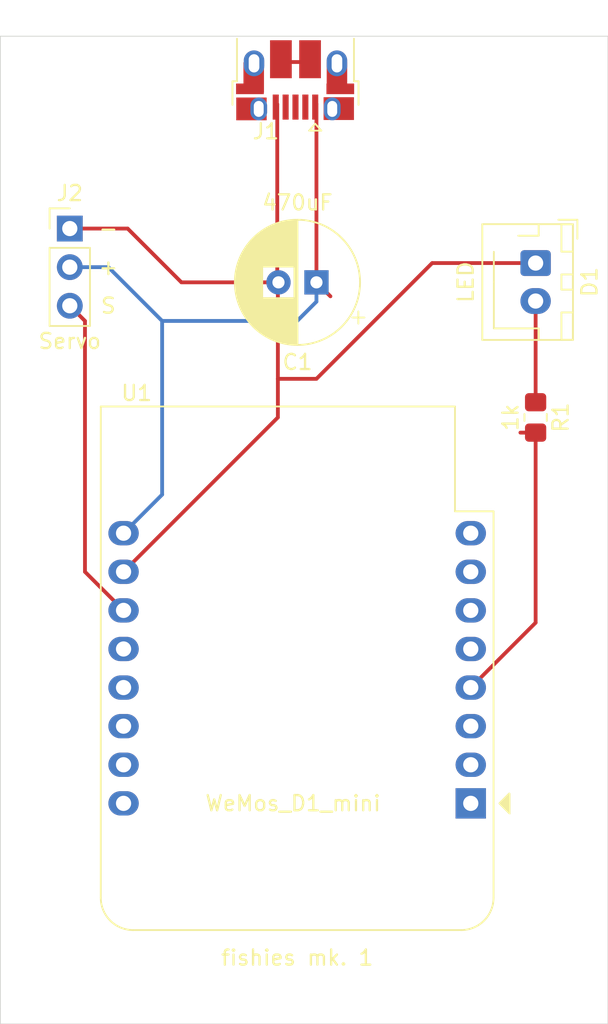
<source format=kicad_pcb>
(kicad_pcb (version 20171130) (host pcbnew "(5.1.10)-1")

  (general
    (thickness 1.6)
    (drawings 11)
    (tracks 35)
    (zones 0)
    (modules 10)
    (nets 21)
  )

  (page A4)
  (layers
    (0 F.Cu signal)
    (31 B.Cu signal)
    (32 B.Adhes user)
    (33 F.Adhes user)
    (34 B.Paste user)
    (35 F.Paste user)
    (36 B.SilkS user)
    (37 F.SilkS user)
    (38 B.Mask user)
    (39 F.Mask user)
    (40 Dwgs.User user)
    (41 Cmts.User user)
    (42 Eco1.User user)
    (43 Eco2.User user)
    (44 Edge.Cuts user)
    (45 Margin user)
    (46 B.CrtYd user)
    (47 F.CrtYd user)
    (48 B.Fab user)
    (49 F.Fab user)
  )

  (setup
    (last_trace_width 0.25)
    (trace_clearance 0.2)
    (zone_clearance 0.508)
    (zone_45_only no)
    (trace_min 0.25)
    (via_size 0.8)
    (via_drill 0.4)
    (via_min_size 0.4)
    (via_min_drill 0.3)
    (uvia_size 0.3)
    (uvia_drill 0.1)
    (uvias_allowed no)
    (uvia_min_size 0.2)
    (uvia_min_drill 0.1)
    (edge_width 0.05)
    (segment_width 0.2)
    (pcb_text_width 0.3)
    (pcb_text_size 1.5 1.5)
    (mod_edge_width 0.12)
    (mod_text_size 1 1)
    (mod_text_width 0.15)
    (pad_size 1.524 1.524)
    (pad_drill 0.762)
    (pad_to_mask_clearance 0)
    (aux_axis_origin 0 0)
    (visible_elements FFFFFF7F)
    (pcbplotparams
      (layerselection 0x010fc_ffffffff)
      (usegerberextensions true)
      (usegerberattributes true)
      (usegerberadvancedattributes true)
      (creategerberjobfile true)
      (excludeedgelayer true)
      (linewidth 0.100000)
      (plotframeref false)
      (viasonmask false)
      (mode 1)
      (useauxorigin false)
      (hpglpennumber 1)
      (hpglpenspeed 20)
      (hpglpendiameter 15.000000)
      (psnegative false)
      (psa4output false)
      (plotreference true)
      (plotvalue true)
      (plotinvisibletext false)
      (padsonsilk false)
      (subtractmaskfromsilk true)
      (outputformat 1)
      (mirror false)
      (drillshape 0)
      (scaleselection 1)
      (outputdirectory "gerber/"))
  )

  (net 0 "")
  (net 1 "Net-(C1-Pad2)")
  (net 2 "Net-(C1-Pad1)")
  (net 3 "Net-(D1-Pad2)")
  (net 4 "Net-(J1-Pad3)")
  (net 5 "Net-(J1-Pad4)")
  (net 6 "Net-(J1-Pad2)")
  (net 7 "Net-(J2-Pad3)")
  (net 8 "Net-(R1-Pad2)")
  (net 9 "Net-(U1-Pad16)")
  (net 10 "Net-(U1-Pad15)")
  (net 11 "Net-(U1-Pad14)")
  (net 12 "Net-(U1-Pad13)")
  (net 13 "Net-(U1-Pad12)")
  (net 14 "Net-(U1-Pad8)")
  (net 15 "Net-(U1-Pad7)")
  (net 16 "Net-(U1-Pad6)")
  (net 17 "Net-(U1-Pad5)")
  (net 18 "Net-(U1-Pad3)")
  (net 19 "Net-(U1-Pad1)")
  (net 20 "Net-(U1-Pad2)")

  (net_class Default "This is the default net class."
    (clearance 0.2)
    (trace_width 0.25)
    (via_dia 0.8)
    (via_drill 0.4)
    (uvia_dia 0.3)
    (uvia_drill 0.1)
    (add_net "Net-(C1-Pad1)")
    (add_net "Net-(C1-Pad2)")
    (add_net "Net-(D1-Pad2)")
    (add_net "Net-(J1-Pad2)")
    (add_net "Net-(J1-Pad3)")
    (add_net "Net-(J1-Pad4)")
    (add_net "Net-(J2-Pad3)")
    (add_net "Net-(R1-Pad2)")
    (add_net "Net-(U1-Pad1)")
    (add_net "Net-(U1-Pad12)")
    (add_net "Net-(U1-Pad13)")
    (add_net "Net-(U1-Pad14)")
    (add_net "Net-(U1-Pad15)")
    (add_net "Net-(U1-Pad16)")
    (add_net "Net-(U1-Pad2)")
    (add_net "Net-(U1-Pad3)")
    (add_net "Net-(U1-Pad5)")
    (add_net "Net-(U1-Pad6)")
    (add_net "Net-(U1-Pad7)")
    (add_net "Net-(U1-Pad8)")
  )

  (module MountingHole:MountingHole_3.2mm_M3 (layer F.Cu) (tedit 56D1B4CB) (tstamp 61262B99)
    (at 115 120)
    (descr "Mounting Hole 3.2mm, no annular, M3")
    (tags "mounting hole 3.2mm no annular m3")
    (attr virtual)
    (fp_text reference REF** (at 0 -4.2) (layer F.SilkS) hide
      (effects (font (size 1 1) (thickness 0.15)))
    )
    (fp_text value MountingHole_3.2mm_M3 (at 0 4.2) (layer F.Fab) hide
      (effects (font (size 1 1) (thickness 0.15)))
    )
    (fp_text user %R (at 0.3 0) (layer F.Fab)
      (effects (font (size 1 1) (thickness 0.15)))
    )
    (fp_circle (center 0 0) (end 3.2 0) (layer Cmts.User) (width 0.15))
    (fp_circle (center 0 0) (end 3.45 0) (layer F.CrtYd) (width 0.05))
    (pad 1 np_thru_hole circle (at 0 0) (size 3.2 3.2) (drill 3.2) (layers *.Cu *.Mask))
  )

  (module MountingHole:MountingHole_3.2mm_M3 (layer F.Cu) (tedit 56D1B4CB) (tstamp 61262B6E)
    (at 145 120)
    (descr "Mounting Hole 3.2mm, no annular, M3")
    (tags "mounting hole 3.2mm no annular m3")
    (attr virtual)
    (fp_text reference REF** (at 0 -4.2) (layer F.SilkS) hide
      (effects (font (size 1 1) (thickness 0.15)))
    )
    (fp_text value MountingHole_3.2mm_M3 (at 0 4.2) (layer F.Fab) hide
      (effects (font (size 1 1) (thickness 0.15)))
    )
    (fp_text user %R (at 0.3 0) (layer F.Fab)
      (effects (font (size 1 1) (thickness 0.15)))
    )
    (fp_circle (center 0 0) (end 3.2 0) (layer Cmts.User) (width 0.15))
    (fp_circle (center 0 0) (end 3.45 0) (layer F.CrtYd) (width 0.05))
    (pad 1 np_thru_hole circle (at 0 0) (size 3.2 3.2) (drill 3.2) (layers *.Cu *.Mask))
  )

  (module MountingHole:MountingHole_3.2mm_M3 (layer F.Cu) (tedit 56D1B4CB) (tstamp 61262B3C)
    (at 115 65)
    (descr "Mounting Hole 3.2mm, no annular, M3")
    (tags "mounting hole 3.2mm no annular m3")
    (attr virtual)
    (fp_text reference REF** (at 0 -4.2) (layer F.SilkS) hide
      (effects (font (size 1 1) (thickness 0.15)))
    )
    (fp_text value MountingHole_3.2mm_M3 (at 0 4.2) (layer F.Fab) hide
      (effects (font (size 1 1) (thickness 0.15)))
    )
    (fp_text user %R (at 0.3 0) (layer F.Fab)
      (effects (font (size 1 1) (thickness 0.15)))
    )
    (fp_circle (center 0 0) (end 3.2 0) (layer Cmts.User) (width 0.15))
    (fp_circle (center 0 0) (end 3.45 0) (layer F.CrtYd) (width 0.05))
    (pad 1 np_thru_hole circle (at 0 0) (size 3.2 3.2) (drill 3.2) (layers *.Cu *.Mask))
  )

  (module MountingHole:MountingHole_3.2mm_M3 (layer F.Cu) (tedit 56D1B4CB) (tstamp 61262AD6)
    (at 145 65)
    (descr "Mounting Hole 3.2mm, no annular, M3")
    (tags "mounting hole 3.2mm no annular m3")
    (attr virtual)
    (fp_text reference REF** (at 0 -4.2) (layer F.SilkS) hide
      (effects (font (size 1 1) (thickness 0.15)))
    )
    (fp_text value MountingHole_3.2mm_M3 (at 0 4.2) (layer F.Fab) hide
      (effects (font (size 1 1) (thickness 0.15)))
    )
    (fp_text user %R (at 0.3 0) (layer F.Fab)
      (effects (font (size 1 1) (thickness 0.15)))
    )
    (fp_circle (center 0 0) (end 3.2 0) (layer Cmts.User) (width 0.15))
    (fp_circle (center 0 0) (end 3.45 0) (layer F.CrtYd) (width 0.05))
    (pad 1 np_thru_hole circle (at 0 0) (size 3.2 3.2) (drill 3.2) (layers *.Cu *.Mask))
  )

  (module Module:WEMOS_D1_mini_light (layer F.Cu) (tedit 5BBFB1CE) (tstamp 6125DBD4)
    (at 140.97 110.49 180)
    (descr "16-pin module, column spacing 22.86 mm (900 mils), https://wiki.wemos.cc/products:d1:d1_mini, https://c1.staticflickr.com/1/734/31400410271_f278b087db_z.jpg")
    (tags "ESP8266 WiFi microcontroller")
    (path /6125745A)
    (fp_text reference U1 (at 22 27) (layer F.SilkS)
      (effects (font (size 1 1) (thickness 0.15)))
    )
    (fp_text value WeMos_D1_mini (at 11.7 0) (layer F.SilkS)
      (effects (font (size 1 1) (thickness 0.15)))
    )
    (fp_line (start 1.04 19.22) (end 1.04 26.12) (layer F.SilkS) (width 0.12))
    (fp_line (start -1.5 19.22) (end 1.04 19.22) (layer F.SilkS) (width 0.12))
    (fp_line (start -0.37 0) (end -1.37 -1) (layer F.Fab) (width 0.1))
    (fp_line (start -1.37 1) (end -0.37 0) (layer F.Fab) (width 0.1))
    (fp_line (start -1.37 -6.21) (end -1.37 -1) (layer F.Fab) (width 0.1))
    (fp_line (start 1.17 19.09) (end 1.17 25.99) (layer F.Fab) (width 0.1))
    (fp_line (start -1.37 19.09) (end 1.17 19.09) (layer F.Fab) (width 0.1))
    (fp_line (start -1.35 -7.4) (end -0.55 -8.2) (layer Dwgs.User) (width 0.1))
    (fp_line (start -1.3 -5.45) (end 1.45 -8.2) (layer Dwgs.User) (width 0.1))
    (fp_line (start -1.35 -3.4) (end 3.45 -8.2) (layer Dwgs.User) (width 0.1))
    (fp_line (start 22.65 -1.4) (end 24.25 -3) (layer Dwgs.User) (width 0.1))
    (fp_line (start 20.65 -1.4) (end 24.25 -5) (layer Dwgs.User) (width 0.1))
    (fp_line (start 18.65 -1.4) (end 24.25 -7) (layer Dwgs.User) (width 0.1))
    (fp_line (start 16.65 -1.4) (end 23.45 -8.2) (layer Dwgs.User) (width 0.1))
    (fp_line (start 14.65 -1.4) (end 21.45 -8.2) (layer Dwgs.User) (width 0.1))
    (fp_line (start 12.65 -1.4) (end 19.45 -8.2) (layer Dwgs.User) (width 0.1))
    (fp_line (start 10.65 -1.4) (end 17.45 -8.2) (layer Dwgs.User) (width 0.1))
    (fp_line (start 8.65 -1.4) (end 15.45 -8.2) (layer Dwgs.User) (width 0.1))
    (fp_line (start 6.65 -1.4) (end 13.45 -8.2) (layer Dwgs.User) (width 0.1))
    (fp_line (start 4.65 -1.4) (end 11.45 -8.2) (layer Dwgs.User) (width 0.1))
    (fp_line (start 2.65 -1.4) (end 9.45 -8.2) (layer Dwgs.User) (width 0.1))
    (fp_line (start 0.65 -1.4) (end 7.45 -8.2) (layer Dwgs.User) (width 0.1))
    (fp_line (start -1.35 -1.4) (end 5.45 -8.2) (layer Dwgs.User) (width 0.1))
    (fp_line (start -1.35 -8.2) (end -1.35 -1.4) (layer Dwgs.User) (width 0.1))
    (fp_line (start 24.25 -8.2) (end -1.35 -8.2) (layer Dwgs.User) (width 0.1))
    (fp_line (start 24.25 -1.4) (end 24.25 -8.2) (layer Dwgs.User) (width 0.1))
    (fp_line (start -1.35 -1.4) (end 24.25 -1.4) (layer Dwgs.User) (width 0.1))
    (fp_poly (pts (xy -2.54 -0.635) (xy -2.54 0.635) (xy -1.905 0)) (layer F.SilkS) (width 0.15))
    (fp_line (start -1.62 26.24) (end -1.62 -8.46) (layer F.CrtYd) (width 0.05))
    (fp_line (start 24.48 26.24) (end -1.62 26.24) (layer F.CrtYd) (width 0.05))
    (fp_line (start 24.48 -8.41) (end 24.48 26.24) (layer F.CrtYd) (width 0.05))
    (fp_line (start -1.62 -8.46) (end 24.48 -8.46) (layer F.CrtYd) (width 0.05))
    (fp_line (start -1.37 1) (end -1.37 19.09) (layer F.Fab) (width 0.1))
    (fp_line (start 22.23 -8.21) (end 0.63 -8.21) (layer F.Fab) (width 0.1))
    (fp_line (start 24.23 25.99) (end 24.23 -6.21) (layer F.Fab) (width 0.1))
    (fp_line (start 1.17 25.99) (end 24.23 25.99) (layer F.Fab) (width 0.1))
    (fp_line (start 22.24 -8.34) (end 0.63 -8.34) (layer F.SilkS) (width 0.12))
    (fp_line (start 24.36 26.12) (end 24.36 -6.21) (layer F.SilkS) (width 0.12))
    (fp_line (start -1.5 19.22) (end -1.5 -6.21) (layer F.SilkS) (width 0.12))
    (fp_line (start 1.04 26.12) (end 24.36 26.12) (layer F.SilkS) (width 0.12))
    (fp_text user %R (at 11.43 10) (layer F.Fab)
      (effects (font (size 1 1) (thickness 0.15)))
    )
    (fp_arc (start 0.63 -6.21) (end 0.63 -8.21) (angle -90) (layer F.Fab) (width 0.1))
    (fp_arc (start 22.23 -6.21) (end 24.23 -6.19) (angle -90) (layer F.Fab) (width 0.1))
    (fp_arc (start 0.63 -6.21) (end 0.63 -8.34) (angle -90) (layer F.SilkS) (width 0.12))
    (fp_arc (start 22.23 -6.21) (end 24.36 -6.21) (angle -90) (layer F.SilkS) (width 0.12))
    (fp_text user "KEEP OUT" (at 11.43 -6.35) (layer Cmts.User)
      (effects (font (size 1 1) (thickness 0.15)))
    )
    (fp_text user "No copper" (at 11.43 -3.81) (layer Cmts.User)
      (effects (font (size 1 1) (thickness 0.15)))
    )
    (pad 2 thru_hole oval (at 0 2.54 180) (size 2 1.6) (drill 1) (layers *.Cu *.Mask)
      (net 20 "Net-(U1-Pad2)"))
    (pad 1 thru_hole rect (at 0 0 180) (size 2 2) (drill 1) (layers *.Cu *.Mask)
      (net 19 "Net-(U1-Pad1)"))
    (pad 3 thru_hole oval (at 0 5.08 180) (size 2 1.6) (drill 1) (layers *.Cu *.Mask)
      (net 18 "Net-(U1-Pad3)"))
    (pad 4 thru_hole oval (at 0 7.62 180) (size 2 1.6) (drill 1) (layers *.Cu *.Mask)
      (net 8 "Net-(R1-Pad2)"))
    (pad 5 thru_hole oval (at 0 10.16 180) (size 2 1.6) (drill 1) (layers *.Cu *.Mask)
      (net 17 "Net-(U1-Pad5)"))
    (pad 6 thru_hole oval (at 0 12.7 180) (size 2 1.6) (drill 1) (layers *.Cu *.Mask)
      (net 16 "Net-(U1-Pad6)"))
    (pad 7 thru_hole oval (at 0 15.24 180) (size 2 1.6) (drill 1) (layers *.Cu *.Mask)
      (net 15 "Net-(U1-Pad7)"))
    (pad 8 thru_hole oval (at 0 17.78 180) (size 2 1.6) (drill 1) (layers *.Cu *.Mask)
      (net 14 "Net-(U1-Pad8)"))
    (pad 9 thru_hole oval (at 22.86 17.78 180) (size 2 1.6) (drill 1) (layers *.Cu *.Mask)
      (net 2 "Net-(C1-Pad1)"))
    (pad 10 thru_hole oval (at 22.86 15.24 180) (size 2 1.6) (drill 1) (layers *.Cu *.Mask)
      (net 1 "Net-(C1-Pad2)"))
    (pad 11 thru_hole oval (at 22.86 12.7 180) (size 2 1.6) (drill 1) (layers *.Cu *.Mask)
      (net 7 "Net-(J2-Pad3)"))
    (pad 12 thru_hole oval (at 22.86 10.16 180) (size 2 1.6) (drill 1) (layers *.Cu *.Mask)
      (net 13 "Net-(U1-Pad12)"))
    (pad 13 thru_hole oval (at 22.86 7.62 180) (size 2 1.6) (drill 1) (layers *.Cu *.Mask)
      (net 12 "Net-(U1-Pad13)"))
    (pad 14 thru_hole oval (at 22.86 5.08 180) (size 2 1.6) (drill 1) (layers *.Cu *.Mask)
      (net 11 "Net-(U1-Pad14)"))
    (pad 15 thru_hole oval (at 22.86 2.54 180) (size 2 1.6) (drill 1) (layers *.Cu *.Mask)
      (net 10 "Net-(U1-Pad15)"))
    (pad 16 thru_hole oval (at 22.86 0 180) (size 2 1.6) (drill 1) (layers *.Cu *.Mask)
      (net 9 "Net-(U1-Pad16)"))
    (model ${KISYS3DMOD}/Module.3dshapes/WEMOS_D1_mini_light.wrl
      (at (xyz 0 0 0))
      (scale (xyz 1 1 1))
      (rotate (xyz 0 0 0))
    )
    (model ${KISYS3DMOD}/Connector_PinHeader_2.54mm.3dshapes/PinHeader_1x08_P2.54mm_Vertical.wrl
      (offset (xyz 0 0 9.5))
      (scale (xyz 1 1 1))
      (rotate (xyz 0 -180 0))
    )
    (model ${KISYS3DMOD}/Connector_PinHeader_2.54mm.3dshapes/PinHeader_1x08_P2.54mm_Vertical.wrl
      (offset (xyz 22.86 0 9.5))
      (scale (xyz 1 1 1))
      (rotate (xyz 0 -180 0))
    )
    (model ${KISYS3DMOD}/Connector_PinSocket_2.54mm.3dshapes/PinSocket_1x08_P2.54mm_Vertical.wrl
      (at (xyz 0 0 0))
      (scale (xyz 1 1 1))
      (rotate (xyz 0 0 0))
    )
    (model ${KISYS3DMOD}/Connector_PinSocket_2.54mm.3dshapes/PinSocket_1x08_P2.54mm_Vertical.wrl
      (offset (xyz 22.86 0 0))
      (scale (xyz 1 1 1))
      (rotate (xyz 0 0 0))
    )
  )

  (module Resistor_SMD:R_0805_2012Metric_Pad1.20x1.40mm_HandSolder (layer F.Cu) (tedit 5F68FEEE) (tstamp 6125DB91)
    (at 145.24 85.09 270)
    (descr "Resistor SMD 0805 (2012 Metric), square (rectangular) end terminal, IPC_7351 nominal with elongated pad for handsoldering. (Body size source: IPC-SM-782 page 72, https://www.pcb-3d.com/wordpress/wp-content/uploads/ipc-sm-782a_amendment_1_and_2.pdf), generated with kicad-footprint-generator")
    (tags "resistor handsolder")
    (path /61263487)
    (attr smd)
    (fp_text reference R1 (at 0 -1.65 90) (layer F.SilkS)
      (effects (font (size 1 1) (thickness 0.15)))
    )
    (fp_text value 1k (at 0 1.65 90) (layer F.SilkS)
      (effects (font (size 1 1) (thickness 0.15)))
    )
    (fp_line (start 1.85 0.95) (end -1.85 0.95) (layer F.CrtYd) (width 0.05))
    (fp_line (start 1.85 -0.95) (end 1.85 0.95) (layer F.CrtYd) (width 0.05))
    (fp_line (start -1.85 -0.95) (end 1.85 -0.95) (layer F.CrtYd) (width 0.05))
    (fp_line (start -1.85 0.95) (end -1.85 -0.95) (layer F.CrtYd) (width 0.05))
    (fp_line (start -0.227064 0.735) (end 0.227064 0.735) (layer F.SilkS) (width 0.12))
    (fp_line (start -0.227064 -0.735) (end 0.227064 -0.735) (layer F.SilkS) (width 0.12))
    (fp_line (start 1 0.625) (end -1 0.625) (layer F.Fab) (width 0.1))
    (fp_line (start 1 -0.625) (end 1 0.625) (layer F.Fab) (width 0.1))
    (fp_line (start -1 -0.625) (end 1 -0.625) (layer F.Fab) (width 0.1))
    (fp_line (start -1 0.625) (end -1 -0.625) (layer F.Fab) (width 0.1))
    (fp_text user %R (at 0 0 90) (layer F.Fab)
      (effects (font (size 0.5 0.5) (thickness 0.08)))
    )
    (pad 1 smd roundrect (at -1 0 270) (size 1.2 1.4) (layers F.Cu F.Paste F.Mask) (roundrect_rratio 0.2083325)
      (net 3 "Net-(D1-Pad2)"))
    (pad 2 smd roundrect (at 1 0 270) (size 1.2 1.4) (layers F.Cu F.Paste F.Mask) (roundrect_rratio 0.2083325)
      (net 8 "Net-(R1-Pad2)"))
    (model ${KISYS3DMOD}/Resistor_SMD.3dshapes/R_0805_2012Metric.wrl
      (at (xyz 0 0 0))
      (scale (xyz 1 1 1))
      (rotate (xyz 0 0 0))
    )
  )

  (module Connector_JST:JST_XH_B2B-XH-AM_1x02_P2.50mm_Vertical (layer F.Cu) (tedit 5C28146E) (tstamp 6125DB40)
    (at 145.24 74.93 270)
    (descr "JST XH series connector, B2B-XH-AM, with boss (http://www.jst-mfg.com/product/pdf/eng/eXH.pdf), generated with kicad-footprint-generator")
    (tags "connector JST XH vertical boss")
    (path /612648D4)
    (fp_text reference D1 (at 1.25 -3.55 90) (layer F.SilkS)
      (effects (font (size 1 1) (thickness 0.15)))
    )
    (fp_text value LED (at 1.25 4.6 90) (layer F.SilkS)
      (effects (font (size 1 1) (thickness 0.15)))
    )
    (fp_line (start -2.85 -2.75) (end -2.85 -1.5) (layer F.SilkS) (width 0.12))
    (fp_line (start -1.6 -2.75) (end -2.85 -2.75) (layer F.SilkS) (width 0.12))
    (fp_line (start 4.3 2.75) (end 1.25 2.75) (layer F.SilkS) (width 0.12))
    (fp_line (start 4.3 -0.2) (end 4.3 2.75) (layer F.SilkS) (width 0.12))
    (fp_line (start 5.05 -0.2) (end 4.3 -0.2) (layer F.SilkS) (width 0.12))
    (fp_line (start 1.25 2.75) (end -0.74 2.75) (layer F.SilkS) (width 0.12))
    (fp_line (start -1.8 -0.2) (end -1.8 1.14) (layer F.SilkS) (width 0.12))
    (fp_line (start -2.55 -0.2) (end -1.8 -0.2) (layer F.SilkS) (width 0.12))
    (fp_line (start 5.05 -2.45) (end 3.25 -2.45) (layer F.SilkS) (width 0.12))
    (fp_line (start 5.05 -1.7) (end 5.05 -2.45) (layer F.SilkS) (width 0.12))
    (fp_line (start 3.25 -1.7) (end 5.05 -1.7) (layer F.SilkS) (width 0.12))
    (fp_line (start 3.25 -2.45) (end 3.25 -1.7) (layer F.SilkS) (width 0.12))
    (fp_line (start -0.75 -2.45) (end -2.55 -2.45) (layer F.SilkS) (width 0.12))
    (fp_line (start -0.75 -1.7) (end -0.75 -2.45) (layer F.SilkS) (width 0.12))
    (fp_line (start -2.55 -1.7) (end -0.75 -1.7) (layer F.SilkS) (width 0.12))
    (fp_line (start -2.55 -2.45) (end -2.55 -1.7) (layer F.SilkS) (width 0.12))
    (fp_line (start 1.75 -2.45) (end 0.75 -2.45) (layer F.SilkS) (width 0.12))
    (fp_line (start 1.75 -1.7) (end 1.75 -2.45) (layer F.SilkS) (width 0.12))
    (fp_line (start 0.75 -1.7) (end 1.75 -1.7) (layer F.SilkS) (width 0.12))
    (fp_line (start 0.75 -2.45) (end 0.75 -1.7) (layer F.SilkS) (width 0.12))
    (fp_line (start 0 -1.35) (end 0.625 -2.35) (layer F.Fab) (width 0.1))
    (fp_line (start -0.625 -2.35) (end 0 -1.35) (layer F.Fab) (width 0.1))
    (fp_line (start 5.45 -2.85) (end -2.95 -2.85) (layer F.CrtYd) (width 0.05))
    (fp_line (start 5.45 3.9) (end 5.45 -2.85) (layer F.CrtYd) (width 0.05))
    (fp_line (start -2.95 3.9) (end 5.45 3.9) (layer F.CrtYd) (width 0.05))
    (fp_line (start -2.95 -2.85) (end -2.95 3.9) (layer F.CrtYd) (width 0.05))
    (fp_line (start 5.06 -2.46) (end -2.56 -2.46) (layer F.SilkS) (width 0.12))
    (fp_line (start 5.06 3.51) (end 5.06 -2.46) (layer F.SilkS) (width 0.12))
    (fp_line (start -2.56 3.51) (end 5.06 3.51) (layer F.SilkS) (width 0.12))
    (fp_line (start -2.56 -2.46) (end -2.56 3.51) (layer F.SilkS) (width 0.12))
    (fp_line (start 4.95 -2.35) (end -2.45 -2.35) (layer F.Fab) (width 0.1))
    (fp_line (start 4.95 3.4) (end 4.95 -2.35) (layer F.Fab) (width 0.1))
    (fp_line (start -2.45 3.4) (end 4.95 3.4) (layer F.Fab) (width 0.1))
    (fp_line (start -2.45 -2.35) (end -2.45 3.4) (layer F.Fab) (width 0.1))
    (fp_text user %R (at 1.25 2.7 90) (layer F.Fab)
      (effects (font (size 1 1) (thickness 0.15)))
    )
    (pad 1 thru_hole roundrect (at 0 0 270) (size 1.7 2) (drill 1) (layers *.Cu *.Mask) (roundrect_rratio 0.1470588235294118)
      (net 1 "Net-(C1-Pad2)"))
    (pad 2 thru_hole oval (at 2.5 0 270) (size 1.7 2) (drill 1) (layers *.Cu *.Mask)
      (net 3 "Net-(D1-Pad2)"))
    (pad "" np_thru_hole circle (at -1.6 2 270) (size 1.2 1.2) (drill 1.2) (layers *.Cu *.Mask))
    (model ${KISYS3DMOD}/Connector_JST.3dshapes/JST_XH_B2B-XH-AM_1x02_P2.50mm_Vertical.wrl
      (at (xyz 0 0 0))
      (scale (xyz 1 1 1))
      (rotate (xyz 0 0 0))
    )
  )

  (module Capacitor_THT:CP_Radial_D8.0mm_P2.50mm (layer F.Cu) (tedit 5AE50EF0) (tstamp 6125DB16)
    (at 130.81 76.2 180)
    (descr "CP, Radial series, Radial, pin pitch=2.50mm, , diameter=8mm, Electrolytic Capacitor")
    (tags "CP Radial series Radial pin pitch 2.50mm  diameter 8mm Electrolytic Capacitor")
    (path /612657E0)
    (fp_text reference C1 (at 1.25 -5.25) (layer F.SilkS)
      (effects (font (size 1 1) (thickness 0.15)))
    )
    (fp_text value 470uF (at 1.25 5.25) (layer F.SilkS)
      (effects (font (size 1 1) (thickness 0.15)))
    )
    (fp_line (start -2.759698 -2.715) (end -2.759698 -1.915) (layer F.SilkS) (width 0.12))
    (fp_line (start -3.159698 -2.315) (end -2.359698 -2.315) (layer F.SilkS) (width 0.12))
    (fp_line (start 5.331 -0.533) (end 5.331 0.533) (layer F.SilkS) (width 0.12))
    (fp_line (start 5.291 -0.768) (end 5.291 0.768) (layer F.SilkS) (width 0.12))
    (fp_line (start 5.251 -0.948) (end 5.251 0.948) (layer F.SilkS) (width 0.12))
    (fp_line (start 5.211 -1.098) (end 5.211 1.098) (layer F.SilkS) (width 0.12))
    (fp_line (start 5.171 -1.229) (end 5.171 1.229) (layer F.SilkS) (width 0.12))
    (fp_line (start 5.131 -1.346) (end 5.131 1.346) (layer F.SilkS) (width 0.12))
    (fp_line (start 5.091 -1.453) (end 5.091 1.453) (layer F.SilkS) (width 0.12))
    (fp_line (start 5.051 -1.552) (end 5.051 1.552) (layer F.SilkS) (width 0.12))
    (fp_line (start 5.011 -1.645) (end 5.011 1.645) (layer F.SilkS) (width 0.12))
    (fp_line (start 4.971 -1.731) (end 4.971 1.731) (layer F.SilkS) (width 0.12))
    (fp_line (start 4.931 -1.813) (end 4.931 1.813) (layer F.SilkS) (width 0.12))
    (fp_line (start 4.891 -1.89) (end 4.891 1.89) (layer F.SilkS) (width 0.12))
    (fp_line (start 4.851 -1.964) (end 4.851 1.964) (layer F.SilkS) (width 0.12))
    (fp_line (start 4.811 -2.034) (end 4.811 2.034) (layer F.SilkS) (width 0.12))
    (fp_line (start 4.771 -2.102) (end 4.771 2.102) (layer F.SilkS) (width 0.12))
    (fp_line (start 4.731 -2.166) (end 4.731 2.166) (layer F.SilkS) (width 0.12))
    (fp_line (start 4.691 -2.228) (end 4.691 2.228) (layer F.SilkS) (width 0.12))
    (fp_line (start 4.651 -2.287) (end 4.651 2.287) (layer F.SilkS) (width 0.12))
    (fp_line (start 4.611 -2.345) (end 4.611 2.345) (layer F.SilkS) (width 0.12))
    (fp_line (start 4.571 -2.4) (end 4.571 2.4) (layer F.SilkS) (width 0.12))
    (fp_line (start 4.531 -2.454) (end 4.531 2.454) (layer F.SilkS) (width 0.12))
    (fp_line (start 4.491 -2.505) (end 4.491 2.505) (layer F.SilkS) (width 0.12))
    (fp_line (start 4.451 -2.556) (end 4.451 2.556) (layer F.SilkS) (width 0.12))
    (fp_line (start 4.411 -2.604) (end 4.411 2.604) (layer F.SilkS) (width 0.12))
    (fp_line (start 4.371 -2.651) (end 4.371 2.651) (layer F.SilkS) (width 0.12))
    (fp_line (start 4.331 -2.697) (end 4.331 2.697) (layer F.SilkS) (width 0.12))
    (fp_line (start 4.291 -2.741) (end 4.291 2.741) (layer F.SilkS) (width 0.12))
    (fp_line (start 4.251 -2.784) (end 4.251 2.784) (layer F.SilkS) (width 0.12))
    (fp_line (start 4.211 -2.826) (end 4.211 2.826) (layer F.SilkS) (width 0.12))
    (fp_line (start 4.171 -2.867) (end 4.171 2.867) (layer F.SilkS) (width 0.12))
    (fp_line (start 4.131 -2.907) (end 4.131 2.907) (layer F.SilkS) (width 0.12))
    (fp_line (start 4.091 -2.945) (end 4.091 2.945) (layer F.SilkS) (width 0.12))
    (fp_line (start 4.051 -2.983) (end 4.051 2.983) (layer F.SilkS) (width 0.12))
    (fp_line (start 4.011 -3.019) (end 4.011 3.019) (layer F.SilkS) (width 0.12))
    (fp_line (start 3.971 -3.055) (end 3.971 3.055) (layer F.SilkS) (width 0.12))
    (fp_line (start 3.931 -3.09) (end 3.931 3.09) (layer F.SilkS) (width 0.12))
    (fp_line (start 3.891 -3.124) (end 3.891 3.124) (layer F.SilkS) (width 0.12))
    (fp_line (start 3.851 -3.156) (end 3.851 3.156) (layer F.SilkS) (width 0.12))
    (fp_line (start 3.811 -3.189) (end 3.811 3.189) (layer F.SilkS) (width 0.12))
    (fp_line (start 3.771 -3.22) (end 3.771 3.22) (layer F.SilkS) (width 0.12))
    (fp_line (start 3.731 -3.25) (end 3.731 3.25) (layer F.SilkS) (width 0.12))
    (fp_line (start 3.691 -3.28) (end 3.691 3.28) (layer F.SilkS) (width 0.12))
    (fp_line (start 3.651 -3.309) (end 3.651 3.309) (layer F.SilkS) (width 0.12))
    (fp_line (start 3.611 -3.338) (end 3.611 3.338) (layer F.SilkS) (width 0.12))
    (fp_line (start 3.571 -3.365) (end 3.571 3.365) (layer F.SilkS) (width 0.12))
    (fp_line (start 3.531 1.04) (end 3.531 3.392) (layer F.SilkS) (width 0.12))
    (fp_line (start 3.531 -3.392) (end 3.531 -1.04) (layer F.SilkS) (width 0.12))
    (fp_line (start 3.491 1.04) (end 3.491 3.418) (layer F.SilkS) (width 0.12))
    (fp_line (start 3.491 -3.418) (end 3.491 -1.04) (layer F.SilkS) (width 0.12))
    (fp_line (start 3.451 1.04) (end 3.451 3.444) (layer F.SilkS) (width 0.12))
    (fp_line (start 3.451 -3.444) (end 3.451 -1.04) (layer F.SilkS) (width 0.12))
    (fp_line (start 3.411 1.04) (end 3.411 3.469) (layer F.SilkS) (width 0.12))
    (fp_line (start 3.411 -3.469) (end 3.411 -1.04) (layer F.SilkS) (width 0.12))
    (fp_line (start 3.371 1.04) (end 3.371 3.493) (layer F.SilkS) (width 0.12))
    (fp_line (start 3.371 -3.493) (end 3.371 -1.04) (layer F.SilkS) (width 0.12))
    (fp_line (start 3.331 1.04) (end 3.331 3.517) (layer F.SilkS) (width 0.12))
    (fp_line (start 3.331 -3.517) (end 3.331 -1.04) (layer F.SilkS) (width 0.12))
    (fp_line (start 3.291 1.04) (end 3.291 3.54) (layer F.SilkS) (width 0.12))
    (fp_line (start 3.291 -3.54) (end 3.291 -1.04) (layer F.SilkS) (width 0.12))
    (fp_line (start 3.251 1.04) (end 3.251 3.562) (layer F.SilkS) (width 0.12))
    (fp_line (start 3.251 -3.562) (end 3.251 -1.04) (layer F.SilkS) (width 0.12))
    (fp_line (start 3.211 1.04) (end 3.211 3.584) (layer F.SilkS) (width 0.12))
    (fp_line (start 3.211 -3.584) (end 3.211 -1.04) (layer F.SilkS) (width 0.12))
    (fp_line (start 3.171 1.04) (end 3.171 3.606) (layer F.SilkS) (width 0.12))
    (fp_line (start 3.171 -3.606) (end 3.171 -1.04) (layer F.SilkS) (width 0.12))
    (fp_line (start 3.131 1.04) (end 3.131 3.627) (layer F.SilkS) (width 0.12))
    (fp_line (start 3.131 -3.627) (end 3.131 -1.04) (layer F.SilkS) (width 0.12))
    (fp_line (start 3.091 1.04) (end 3.091 3.647) (layer F.SilkS) (width 0.12))
    (fp_line (start 3.091 -3.647) (end 3.091 -1.04) (layer F.SilkS) (width 0.12))
    (fp_line (start 3.051 1.04) (end 3.051 3.666) (layer F.SilkS) (width 0.12))
    (fp_line (start 3.051 -3.666) (end 3.051 -1.04) (layer F.SilkS) (width 0.12))
    (fp_line (start 3.011 1.04) (end 3.011 3.686) (layer F.SilkS) (width 0.12))
    (fp_line (start 3.011 -3.686) (end 3.011 -1.04) (layer F.SilkS) (width 0.12))
    (fp_line (start 2.971 1.04) (end 2.971 3.704) (layer F.SilkS) (width 0.12))
    (fp_line (start 2.971 -3.704) (end 2.971 -1.04) (layer F.SilkS) (width 0.12))
    (fp_line (start 2.931 1.04) (end 2.931 3.722) (layer F.SilkS) (width 0.12))
    (fp_line (start 2.931 -3.722) (end 2.931 -1.04) (layer F.SilkS) (width 0.12))
    (fp_line (start 2.891 1.04) (end 2.891 3.74) (layer F.SilkS) (width 0.12))
    (fp_line (start 2.891 -3.74) (end 2.891 -1.04) (layer F.SilkS) (width 0.12))
    (fp_line (start 2.851 1.04) (end 2.851 3.757) (layer F.SilkS) (width 0.12))
    (fp_line (start 2.851 -3.757) (end 2.851 -1.04) (layer F.SilkS) (width 0.12))
    (fp_line (start 2.811 1.04) (end 2.811 3.774) (layer F.SilkS) (width 0.12))
    (fp_line (start 2.811 -3.774) (end 2.811 -1.04) (layer F.SilkS) (width 0.12))
    (fp_line (start 2.771 1.04) (end 2.771 3.79) (layer F.SilkS) (width 0.12))
    (fp_line (start 2.771 -3.79) (end 2.771 -1.04) (layer F.SilkS) (width 0.12))
    (fp_line (start 2.731 1.04) (end 2.731 3.805) (layer F.SilkS) (width 0.12))
    (fp_line (start 2.731 -3.805) (end 2.731 -1.04) (layer F.SilkS) (width 0.12))
    (fp_line (start 2.691 1.04) (end 2.691 3.821) (layer F.SilkS) (width 0.12))
    (fp_line (start 2.691 -3.821) (end 2.691 -1.04) (layer F.SilkS) (width 0.12))
    (fp_line (start 2.651 1.04) (end 2.651 3.835) (layer F.SilkS) (width 0.12))
    (fp_line (start 2.651 -3.835) (end 2.651 -1.04) (layer F.SilkS) (width 0.12))
    (fp_line (start 2.611 1.04) (end 2.611 3.85) (layer F.SilkS) (width 0.12))
    (fp_line (start 2.611 -3.85) (end 2.611 -1.04) (layer F.SilkS) (width 0.12))
    (fp_line (start 2.571 1.04) (end 2.571 3.863) (layer F.SilkS) (width 0.12))
    (fp_line (start 2.571 -3.863) (end 2.571 -1.04) (layer F.SilkS) (width 0.12))
    (fp_line (start 2.531 1.04) (end 2.531 3.877) (layer F.SilkS) (width 0.12))
    (fp_line (start 2.531 -3.877) (end 2.531 -1.04) (layer F.SilkS) (width 0.12))
    (fp_line (start 2.491 1.04) (end 2.491 3.889) (layer F.SilkS) (width 0.12))
    (fp_line (start 2.491 -3.889) (end 2.491 -1.04) (layer F.SilkS) (width 0.12))
    (fp_line (start 2.451 1.04) (end 2.451 3.902) (layer F.SilkS) (width 0.12))
    (fp_line (start 2.451 -3.902) (end 2.451 -1.04) (layer F.SilkS) (width 0.12))
    (fp_line (start 2.411 1.04) (end 2.411 3.914) (layer F.SilkS) (width 0.12))
    (fp_line (start 2.411 -3.914) (end 2.411 -1.04) (layer F.SilkS) (width 0.12))
    (fp_line (start 2.371 1.04) (end 2.371 3.925) (layer F.SilkS) (width 0.12))
    (fp_line (start 2.371 -3.925) (end 2.371 -1.04) (layer F.SilkS) (width 0.12))
    (fp_line (start 2.331 1.04) (end 2.331 3.936) (layer F.SilkS) (width 0.12))
    (fp_line (start 2.331 -3.936) (end 2.331 -1.04) (layer F.SilkS) (width 0.12))
    (fp_line (start 2.291 1.04) (end 2.291 3.947) (layer F.SilkS) (width 0.12))
    (fp_line (start 2.291 -3.947) (end 2.291 -1.04) (layer F.SilkS) (width 0.12))
    (fp_line (start 2.251 1.04) (end 2.251 3.957) (layer F.SilkS) (width 0.12))
    (fp_line (start 2.251 -3.957) (end 2.251 -1.04) (layer F.SilkS) (width 0.12))
    (fp_line (start 2.211 1.04) (end 2.211 3.967) (layer F.SilkS) (width 0.12))
    (fp_line (start 2.211 -3.967) (end 2.211 -1.04) (layer F.SilkS) (width 0.12))
    (fp_line (start 2.171 1.04) (end 2.171 3.976) (layer F.SilkS) (width 0.12))
    (fp_line (start 2.171 -3.976) (end 2.171 -1.04) (layer F.SilkS) (width 0.12))
    (fp_line (start 2.131 1.04) (end 2.131 3.985) (layer F.SilkS) (width 0.12))
    (fp_line (start 2.131 -3.985) (end 2.131 -1.04) (layer F.SilkS) (width 0.12))
    (fp_line (start 2.091 1.04) (end 2.091 3.994) (layer F.SilkS) (width 0.12))
    (fp_line (start 2.091 -3.994) (end 2.091 -1.04) (layer F.SilkS) (width 0.12))
    (fp_line (start 2.051 1.04) (end 2.051 4.002) (layer F.SilkS) (width 0.12))
    (fp_line (start 2.051 -4.002) (end 2.051 -1.04) (layer F.SilkS) (width 0.12))
    (fp_line (start 2.011 1.04) (end 2.011 4.01) (layer F.SilkS) (width 0.12))
    (fp_line (start 2.011 -4.01) (end 2.011 -1.04) (layer F.SilkS) (width 0.12))
    (fp_line (start 1.971 1.04) (end 1.971 4.017) (layer F.SilkS) (width 0.12))
    (fp_line (start 1.971 -4.017) (end 1.971 -1.04) (layer F.SilkS) (width 0.12))
    (fp_line (start 1.93 1.04) (end 1.93 4.024) (layer F.SilkS) (width 0.12))
    (fp_line (start 1.93 -4.024) (end 1.93 -1.04) (layer F.SilkS) (width 0.12))
    (fp_line (start 1.89 1.04) (end 1.89 4.03) (layer F.SilkS) (width 0.12))
    (fp_line (start 1.89 -4.03) (end 1.89 -1.04) (layer F.SilkS) (width 0.12))
    (fp_line (start 1.85 1.04) (end 1.85 4.037) (layer F.SilkS) (width 0.12))
    (fp_line (start 1.85 -4.037) (end 1.85 -1.04) (layer F.SilkS) (width 0.12))
    (fp_line (start 1.81 1.04) (end 1.81 4.042) (layer F.SilkS) (width 0.12))
    (fp_line (start 1.81 -4.042) (end 1.81 -1.04) (layer F.SilkS) (width 0.12))
    (fp_line (start 1.77 1.04) (end 1.77 4.048) (layer F.SilkS) (width 0.12))
    (fp_line (start 1.77 -4.048) (end 1.77 -1.04) (layer F.SilkS) (width 0.12))
    (fp_line (start 1.73 1.04) (end 1.73 4.052) (layer F.SilkS) (width 0.12))
    (fp_line (start 1.73 -4.052) (end 1.73 -1.04) (layer F.SilkS) (width 0.12))
    (fp_line (start 1.69 1.04) (end 1.69 4.057) (layer F.SilkS) (width 0.12))
    (fp_line (start 1.69 -4.057) (end 1.69 -1.04) (layer F.SilkS) (width 0.12))
    (fp_line (start 1.65 1.04) (end 1.65 4.061) (layer F.SilkS) (width 0.12))
    (fp_line (start 1.65 -4.061) (end 1.65 -1.04) (layer F.SilkS) (width 0.12))
    (fp_line (start 1.61 1.04) (end 1.61 4.065) (layer F.SilkS) (width 0.12))
    (fp_line (start 1.61 -4.065) (end 1.61 -1.04) (layer F.SilkS) (width 0.12))
    (fp_line (start 1.57 1.04) (end 1.57 4.068) (layer F.SilkS) (width 0.12))
    (fp_line (start 1.57 -4.068) (end 1.57 -1.04) (layer F.SilkS) (width 0.12))
    (fp_line (start 1.53 1.04) (end 1.53 4.071) (layer F.SilkS) (width 0.12))
    (fp_line (start 1.53 -4.071) (end 1.53 -1.04) (layer F.SilkS) (width 0.12))
    (fp_line (start 1.49 1.04) (end 1.49 4.074) (layer F.SilkS) (width 0.12))
    (fp_line (start 1.49 -4.074) (end 1.49 -1.04) (layer F.SilkS) (width 0.12))
    (fp_line (start 1.45 -4.076) (end 1.45 4.076) (layer F.SilkS) (width 0.12))
    (fp_line (start 1.41 -4.077) (end 1.41 4.077) (layer F.SilkS) (width 0.12))
    (fp_line (start 1.37 -4.079) (end 1.37 4.079) (layer F.SilkS) (width 0.12))
    (fp_line (start 1.33 -4.08) (end 1.33 4.08) (layer F.SilkS) (width 0.12))
    (fp_line (start 1.29 -4.08) (end 1.29 4.08) (layer F.SilkS) (width 0.12))
    (fp_line (start 1.25 -4.08) (end 1.25 4.08) (layer F.SilkS) (width 0.12))
    (fp_line (start -1.776759 -2.1475) (end -1.776759 -1.3475) (layer F.Fab) (width 0.1))
    (fp_line (start -2.176759 -1.7475) (end -1.376759 -1.7475) (layer F.Fab) (width 0.1))
    (fp_circle (center 1.25 0) (end 5.5 0) (layer F.CrtYd) (width 0.05))
    (fp_circle (center 1.25 0) (end 5.37 0) (layer F.SilkS) (width 0.12))
    (fp_circle (center 1.25 0) (end 5.25 0) (layer F.Fab) (width 0.1))
    (fp_text user %R (at 1.25 0) (layer F.Fab)
      (effects (font (size 1 1) (thickness 0.15)))
    )
    (pad 1 thru_hole rect (at 0 0 180) (size 1.6 1.6) (drill 0.8) (layers *.Cu *.Mask)
      (net 2 "Net-(C1-Pad1)"))
    (pad 2 thru_hole circle (at 2.5 0 180) (size 1.6 1.6) (drill 0.8) (layers *.Cu *.Mask)
      (net 1 "Net-(C1-Pad2)"))
    (model ${KISYS3DMOD}/Capacitor_THT.3dshapes/CP_Radial_D8.0mm_P2.50mm.wrl
      (at (xyz 0 0 0))
      (scale (xyz 1 1 1))
      (rotate (xyz 0 0 0))
    )
  )

  (module Connector_PinHeader_2.54mm:PinHeader_1x03_P2.54mm_Vertical (layer F.Cu) (tedit 59FED5CC) (tstamp 6125F4E6)
    (at 114.57 72.66)
    (descr "Through hole straight pin header, 1x03, 2.54mm pitch, single row")
    (tags "Through hole pin header THT 1x03 2.54mm single row")
    (path /612672FA)
    (fp_text reference J2 (at 0 -2.33) (layer F.SilkS)
      (effects (font (size 1 1) (thickness 0.15)))
    )
    (fp_text value Servo (at 0 7.41) (layer F.SilkS)
      (effects (font (size 1 1) (thickness 0.15)))
    )
    (fp_text user %R (at 0 2.54 90) (layer F.Fab)
      (effects (font (size 1 1) (thickness 0.15)))
    )
    (fp_line (start -0.635 -1.27) (end 1.27 -1.27) (layer F.Fab) (width 0.1))
    (fp_line (start 1.27 -1.27) (end 1.27 6.35) (layer F.Fab) (width 0.1))
    (fp_line (start 1.27 6.35) (end -1.27 6.35) (layer F.Fab) (width 0.1))
    (fp_line (start -1.27 6.35) (end -1.27 -0.635) (layer F.Fab) (width 0.1))
    (fp_line (start -1.27 -0.635) (end -0.635 -1.27) (layer F.Fab) (width 0.1))
    (fp_line (start -1.33 6.41) (end 1.33 6.41) (layer F.SilkS) (width 0.12))
    (fp_line (start -1.33 1.27) (end -1.33 6.41) (layer F.SilkS) (width 0.12))
    (fp_line (start 1.33 1.27) (end 1.33 6.41) (layer F.SilkS) (width 0.12))
    (fp_line (start -1.33 1.27) (end 1.33 1.27) (layer F.SilkS) (width 0.12))
    (fp_line (start -1.33 0) (end -1.33 -1.33) (layer F.SilkS) (width 0.12))
    (fp_line (start -1.33 -1.33) (end 0 -1.33) (layer F.SilkS) (width 0.12))
    (fp_line (start -1.8 -1.8) (end -1.8 6.85) (layer F.CrtYd) (width 0.05))
    (fp_line (start -1.8 6.85) (end 1.8 6.85) (layer F.CrtYd) (width 0.05))
    (fp_line (start 1.8 6.85) (end 1.8 -1.8) (layer F.CrtYd) (width 0.05))
    (fp_line (start 1.8 -1.8) (end -1.8 -1.8) (layer F.CrtYd) (width 0.05))
    (pad 3 thru_hole oval (at 0 5.08) (size 1.7 1.7) (drill 1) (layers *.Cu *.Mask)
      (net 7 "Net-(J2-Pad3)"))
    (pad 2 thru_hole oval (at 0 2.54) (size 1.7 1.7) (drill 1) (layers *.Cu *.Mask)
      (net 2 "Net-(C1-Pad1)"))
    (pad 1 thru_hole rect (at 0 0) (size 1.7 1.7) (drill 1) (layers *.Cu *.Mask)
      (net 1 "Net-(C1-Pad2)"))
    (model ${KISYS3DMOD}/Connector_PinHeader_2.54mm.3dshapes/PinHeader_1x03_P2.54mm_Vertical.wrl
      (at (xyz 0 0 0))
      (scale (xyz 1 1 1))
      (rotate (xyz 0 0 0))
    )
  )

  (module Connector_USB:USB_Micro-B_Amphenol_10103594-0001LF_Horizontal (layer F.Cu) (tedit 5A1DC0BD) (tstamp 612630D3)
    (at 129.404698 62.9 180)
    (descr "Micro USB Type B 10103594-0001LF, http://cdn.amphenol-icc.com/media/wysiwyg/files/drawing/10103594.pdf")
    (tags "USB USB_B USB_micro USB_OTG")
    (path /6125A1DB)
    (attr smd)
    (fp_text reference J1 (at 1.925 -3.365) (layer F.SilkS)
      (effects (font (size 1 1) (thickness 0.15)))
    )
    (fp_text value USB (at -0.025 4.435) (layer F.Fab)
      (effects (font (size 1 1) (thickness 0.15)))
    )
    (fp_line (start 4.14 3.58) (end -4.13 3.58) (layer F.CrtYd) (width 0.05))
    (fp_line (start 4.14 3.58) (end 4.14 -2.88) (layer F.CrtYd) (width 0.05))
    (fp_line (start -4.13 -2.88) (end -4.13 3.58) (layer F.CrtYd) (width 0.05))
    (fp_line (start -4.13 -2.88) (end 4.14 -2.88) (layer F.CrtYd) (width 0.05))
    (fp_line (start -4.025 2.835) (end 3.975 2.835) (layer Dwgs.User) (width 0.1))
    (fp_line (start -3.775 3.335) (end -3.775 -0.865) (layer F.Fab) (width 0.12))
    (fp_line (start -2.975 -1.615) (end 3.725 -1.615) (layer F.Fab) (width 0.12))
    (fp_line (start 3.725 -1.615) (end 3.725 3.335) (layer F.Fab) (width 0.12))
    (fp_line (start 3.725 3.335) (end -3.775 3.335) (layer F.Fab) (width 0.12))
    (fp_line (start -3.775 -0.865) (end -2.975 -1.615) (layer F.Fab) (width 0.12))
    (fp_line (start -1.325 -2.865) (end -1.725 -3.315) (layer F.SilkS) (width 0.12))
    (fp_line (start -1.725 -3.315) (end -0.925 -3.315) (layer F.SilkS) (width 0.12))
    (fp_line (start -0.925 -3.315) (end -1.325 -2.865) (layer F.SilkS) (width 0.12))
    (fp_line (start 3.825 2.735) (end 3.825 -0.065) (layer F.SilkS) (width 0.12))
    (fp_line (start 3.825 -0.065) (end 4.125 -0.065) (layer F.SilkS) (width 0.12))
    (fp_line (start 4.125 -0.065) (end 4.125 -1.615) (layer F.SilkS) (width 0.12))
    (fp_line (start -3.875 2.735) (end -3.875 -0.065) (layer F.SilkS) (width 0.12))
    (fp_line (start -4.175 -0.065) (end -3.875 -0.065) (layer F.SilkS) (width 0.12))
    (fp_line (start -4.175 -0.065) (end -4.175 -1.615) (layer F.SilkS) (width 0.12))
    (fp_text user "PCB edge" (at -0.025 2.235) (layer Dwgs.User)
      (effects (font (size 0.5 0.5) (thickness 0.075)))
    )
    (fp_text user %R (at -0.025 -0.015) (layer F.Fab)
      (effects (font (size 1 1) (thickness 0.15)))
    )
    (pad 6 smd rect (at 2.725 0.185 180) (size 1.35 2) (layers F.Cu F.Paste F.Mask)
      (net 1 "Net-(C1-Pad2)"))
    (pad 6 smd rect (at -2.755 0.185 180) (size 1.35 2) (layers F.Cu F.Paste F.Mask)
      (net 1 "Net-(C1-Pad2)"))
    (pad 6 smd rect (at -2.975 -0.565 180) (size 1.825 0.7) (layers F.Cu F.Paste F.Mask)
      (net 1 "Net-(C1-Pad2)"))
    (pad 6 smd rect (at 2.975 -0.565 180) (size 1.825 0.7) (layers F.Cu F.Paste F.Mask)
      (net 1 "Net-(C1-Pad2)"))
    (pad 6 smd rect (at -2.875 -1.865 180) (size 2 1.5) (layers F.Cu F.Paste F.Mask)
      (net 1 "Net-(C1-Pad2)"))
    (pad 6 smd rect (at 2.875 -1.885 180) (size 2 1.5) (layers F.Cu F.Paste F.Mask)
      (net 1 "Net-(C1-Pad2)"))
    (pad 1 smd rect (at -1.325 -1.765 270) (size 1.65 0.4) (layers F.Cu F.Paste F.Mask)
      (net 2 "Net-(C1-Pad1)"))
    (pad 2 smd rect (at -0.675 -1.765 270) (size 1.65 0.4) (layers F.Cu F.Paste F.Mask)
      (net 6 "Net-(J1-Pad2)"))
    (pad 3 smd rect (at -0.025 -1.765 270) (size 1.65 0.4) (layers F.Cu F.Paste F.Mask)
      (net 4 "Net-(J1-Pad3)"))
    (pad 4 smd rect (at 0.625 -1.765 270) (size 1.65 0.4) (layers F.Cu F.Paste F.Mask)
      (net 5 "Net-(J1-Pad4)"))
    (pad 5 smd rect (at 1.275 -1.765 270) (size 1.65 0.4) (layers F.Cu F.Paste F.Mask)
      (net 1 "Net-(C1-Pad2)"))
    (pad 6 thru_hole oval (at -2.445 -1.885 270) (size 1.5 1.1) (drill oval 1.05 0.65) (layers *.Cu *.Mask)
      (net 1 "Net-(C1-Pad2)"))
    (pad 6 thru_hole oval (at 2.395 -1.885 270) (size 1.5 1.1) (drill oval 1.05 0.65) (layers *.Cu *.Mask)
      (net 1 "Net-(C1-Pad2)"))
    (pad 6 thru_hole oval (at -2.755 1.115 270) (size 1.7 1.35) (drill oval 1.2 0.7) (layers *.Cu *.Mask)
      (net 1 "Net-(C1-Pad2)"))
    (pad 6 thru_hole oval (at 2.705 1.115 270) (size 1.7 1.35) (drill oval 1.2 0.7) (layers *.Cu *.Mask)
      (net 1 "Net-(C1-Pad2)"))
    (pad 6 smd rect (at -0.985 1.385 270) (size 2.5 1.43) (layers F.Cu F.Paste F.Mask)
      (net 1 "Net-(C1-Pad2)"))
    (pad 6 smd rect (at 0.935 1.385 270) (size 2.5 1.43) (layers F.Cu F.Paste F.Mask)
      (net 1 "Net-(C1-Pad2)"))
    (model ${KISYS3DMOD}/Connector_USB.3dshapes/USB_Micro-B_Amphenol_10103594-0001LF_Horizontal.wrl
      (at (xyz 0 0 0))
      (scale (xyz 1 1 1))
      (rotate (xyz 0 0 0))
    )
  )

  (gr_text JLCJLCJLCJLC (at 129.54 120.7262) (layer B.Mask)
    (effects (font (size 1 1) (thickness 0.15)) (justify mirror))
  )
  (gr_line (start 150 125) (end 150 124) (layer Edge.Cuts) (width 0.05) (tstamp 61262E46))
  (gr_line (start 110 125) (end 150 125) (layer Edge.Cuts) (width 0.05))
  (gr_line (start 110 124) (end 110 125) (layer Edge.Cuts) (width 0.05))
  (gr_line (start 150 124) (end 150 60) (layer Edge.Cuts) (width 0.05) (tstamp 61262E1A))
  (gr_line (start 110 60) (end 110 124) (layer Edge.Cuts) (width 0.05))
  (gr_line (start 150 60) (end 110 60) (layer Edge.Cuts) (width 0.05))
  (gr_text "fishies mk. 1" (at 129.54 120.65) (layer F.SilkS)
    (effects (font (size 1 1) (thickness 0.15)))
  )
  (gr_text S (at 117.11 77.74) (layer F.SilkS)
    (effects (font (size 1 1) (thickness 0.15)))
  )
  (gr_text + (at 117.11 75.2) (layer F.SilkS)
    (effects (font (size 1 1) (thickness 0.15)))
  )
  (gr_text - (at 117.11 72.66) (layer F.SilkS)
    (effects (font (size 1 1) (thickness 0.15)))
  )

  (segment (start 128.104698 76.405302) (end 128.31 76.2) (width 0.25) (layer F.Cu) (net 1))
  (segment (start 128.279698 61.7) (end 130.529698 61.7) (width 0.25) (layer F.Cu) (net 1))
  (segment (start 128.104698 75.994698) (end 128.31 76.2) (width 0.25) (layer F.Cu) (net 1))
  (segment (start 128.27 76.24) (end 128.31 76.2) (width 0.25) (layer F.Cu) (net 1))
  (segment (start 128.27 82.55) (end 128.27 76.24) (width 0.25) (layer F.Cu) (net 1))
  (segment (start 128.31 76.2) (end 121.92 76.2) (width 0.25) (layer F.Cu) (net 1))
  (segment (start 128.27 85.09) (end 118.11 95.25) (width 0.25) (layer F.Cu) (net 1))
  (segment (start 128.27 82.55) (end 128.27 85.09) (width 0.25) (layer F.Cu) (net 1))
  (segment (start 138.43 74.93) (end 130.81 82.55) (width 0.25) (layer F.Cu) (net 1))
  (segment (start 130.81 82.55) (end 128.27 82.55) (width 0.25) (layer F.Cu) (net 1))
  (segment (start 128.229697 64.474999) (end 128.104698 64.35) (width 0.25) (layer F.Cu) (net 1))
  (segment (start 128.229697 76.119697) (end 128.229697 64.474999) (width 0.25) (layer F.Cu) (net 1))
  (segment (start 128.31 76.2) (end 128.229697 76.119697) (width 0.25) (layer F.Cu) (net 1))
  (segment (start 145.24 74.93) (end 138.43 74.93) (width 0.25) (layer F.Cu) (net 1))
  (segment (start 118.38 72.66) (end 121.92 76.2) (width 0.25) (layer F.Cu) (net 1))
  (segment (start 114.57 72.66) (end 118.38 72.66) (width 0.25) (layer F.Cu) (net 1))
  (segment (start 130.704698 64.795002) (end 130.704698 64.35) (width 0.25) (layer F.Cu) (net 2))
  (segment (start 130.81 76.2) (end 131.729699 77.119699) (width 0.25) (layer F.Cu) (net 2))
  (segment (start 130.704698 76.094698) (end 130.81 76.2) (width 0.25) (layer F.Cu) (net 2))
  (segment (start 129.54 78.74) (end 130.81 77.47) (width 0.25) (layer B.Cu) (net 2))
  (segment (start 120.65 78.74) (end 129.54 78.74) (width 0.25) (layer B.Cu) (net 2))
  (segment (start 130.81 77.47) (end 130.81 76.2) (width 0.25) (layer B.Cu) (net 2))
  (segment (start 120.65 90.17) (end 118.11 92.71) (width 0.25) (layer B.Cu) (net 2))
  (segment (start 120.65 78.74) (end 120.65 90.17) (width 0.25) (layer B.Cu) (net 2))
  (segment (start 130.81 64.455302) (end 130.704698 64.35) (width 0.25) (layer F.Cu) (net 2))
  (segment (start 130.81 76.2) (end 130.81 64.455302) (width 0.25) (layer F.Cu) (net 2))
  (segment (start 117.11 75.2) (end 114.57 75.2) (width 0.25) (layer B.Cu) (net 2))
  (segment (start 120.65 78.74) (end 117.11 75.2) (width 0.25) (layer B.Cu) (net 2))
  (segment (start 145.24 84.09) (end 145.24 77.43) (width 0.25) (layer F.Cu) (net 3))
  (segment (start 115.57 95.25) (end 118.11 97.79) (width 0.25) (layer F.Cu) (net 7))
  (segment (start 115.57 78.74) (end 115.57 95.25) (width 0.25) (layer F.Cu) (net 7))
  (segment (start 115.57 78.74) (end 114.57 77.74) (width 0.25) (layer F.Cu) (net 7))
  (segment (start 145.24 86.09) (end 144.24 86.09) (width 0.25) (layer F.Cu) (net 8))
  (segment (start 145.24 98.6) (end 145.24 86.09) (width 0.25) (layer F.Cu) (net 8))
  (segment (start 140.97 102.87) (end 145.24 98.6) (width 0.25) (layer F.Cu) (net 8))

)

</source>
